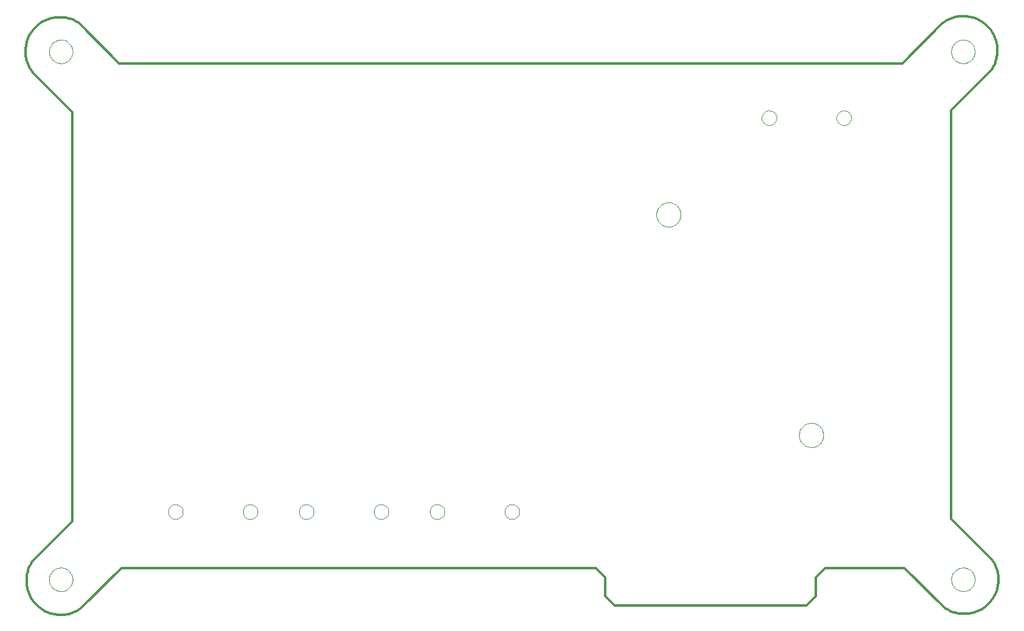
<source format=gko>
G75*
G70*
%OFA0B0*%
%FSLAX24Y24*%
%IPPOS*%
%LPD*%
%AMOC8*
5,1,8,0,0,1.08239X$1,22.5*
%
%ADD10C,0.0120*%
%ADD11C,0.0000*%
D10*
X003198Y006226D02*
X005323Y008351D01*
X030698Y008351D01*
X031198Y007851D01*
X031198Y006851D01*
X031698Y006351D01*
X041948Y006351D01*
X042448Y006851D01*
X042448Y007851D01*
X042948Y008351D01*
X047198Y008351D01*
X049323Y006226D01*
X049397Y006176D01*
X049473Y006130D01*
X049551Y006088D01*
X049630Y006049D01*
X049712Y006015D01*
X049795Y005984D01*
X049880Y005957D01*
X049966Y005935D01*
X050052Y005917D01*
X050140Y005903D01*
X050228Y005893D01*
X050317Y005887D01*
X050405Y005886D01*
X050494Y005889D01*
X050582Y005897D01*
X050670Y005908D01*
X050757Y005924D01*
X050844Y005944D01*
X050929Y005968D01*
X051013Y005997D01*
X051096Y006029D01*
X051177Y006066D01*
X051256Y006106D01*
X051333Y006150D01*
X051407Y006197D01*
X051480Y006249D01*
X051550Y006303D01*
X051617Y006361D01*
X051681Y006423D01*
X051742Y006487D01*
X051800Y006554D01*
X051855Y006624D01*
X051906Y006696D01*
X051954Y006771D01*
X051998Y006848D01*
X052038Y006927D01*
X052074Y007008D01*
X052106Y007090D01*
X052135Y007174D01*
X052159Y007260D01*
X052179Y007346D01*
X052195Y007433D01*
X052207Y007521D01*
X052214Y007610D01*
X052217Y007698D01*
X052216Y007787D01*
X052210Y007875D01*
X052200Y007964D01*
X052186Y008051D01*
X052168Y008138D01*
X052145Y008224D01*
X052119Y008308D01*
X052088Y008392D01*
X052054Y008473D01*
X052015Y008553D01*
X051973Y008631D01*
X051927Y008707D01*
X051877Y008780D01*
X051824Y008851D01*
X051823Y008851D02*
X049698Y010976D01*
X049698Y032851D01*
X051823Y034976D01*
X051823Y034975D02*
X051873Y035049D01*
X051919Y035125D01*
X051961Y035203D01*
X052000Y035282D01*
X052034Y035364D01*
X052065Y035447D01*
X052092Y035532D01*
X052114Y035618D01*
X052132Y035704D01*
X052146Y035792D01*
X052156Y035880D01*
X052162Y035969D01*
X052163Y036057D01*
X052160Y036146D01*
X052152Y036234D01*
X052141Y036322D01*
X052125Y036409D01*
X052105Y036496D01*
X052081Y036581D01*
X052052Y036665D01*
X052020Y036748D01*
X051983Y036829D01*
X051943Y036908D01*
X051899Y036985D01*
X051852Y037059D01*
X051800Y037132D01*
X051746Y037202D01*
X051688Y037269D01*
X051626Y037333D01*
X051562Y037394D01*
X051495Y037452D01*
X051425Y037507D01*
X051353Y037558D01*
X051278Y037606D01*
X051201Y037650D01*
X051122Y037690D01*
X051041Y037726D01*
X050959Y037758D01*
X050875Y037787D01*
X050789Y037811D01*
X050703Y037831D01*
X050616Y037847D01*
X050528Y037859D01*
X050439Y037866D01*
X050351Y037869D01*
X050262Y037868D01*
X050174Y037862D01*
X050085Y037852D01*
X049998Y037838D01*
X049911Y037820D01*
X049825Y037797D01*
X049741Y037771D01*
X049657Y037740D01*
X049576Y037706D01*
X049496Y037667D01*
X049418Y037625D01*
X049342Y037579D01*
X049269Y037529D01*
X049198Y037476D01*
X047073Y035351D01*
X005198Y035351D01*
X003073Y037476D01*
X003074Y037476D02*
X003000Y037526D01*
X002924Y037572D01*
X002846Y037614D01*
X002767Y037653D01*
X002685Y037687D01*
X002602Y037718D01*
X002517Y037745D01*
X002431Y037767D01*
X002345Y037785D01*
X002257Y037799D01*
X002169Y037809D01*
X002080Y037815D01*
X001992Y037816D01*
X001903Y037813D01*
X001815Y037805D01*
X001727Y037794D01*
X001640Y037778D01*
X001553Y037758D01*
X001468Y037734D01*
X001384Y037705D01*
X001301Y037673D01*
X001220Y037636D01*
X001141Y037596D01*
X001064Y037552D01*
X000990Y037505D01*
X000917Y037453D01*
X000847Y037399D01*
X000780Y037341D01*
X000716Y037279D01*
X000655Y037215D01*
X000597Y037148D01*
X000542Y037078D01*
X000491Y037006D01*
X000443Y036931D01*
X000399Y036854D01*
X000359Y036775D01*
X000323Y036694D01*
X000291Y036612D01*
X000262Y036528D01*
X000238Y036442D01*
X000218Y036356D01*
X000202Y036269D01*
X000190Y036181D01*
X000183Y036092D01*
X000180Y036004D01*
X000181Y035915D01*
X000187Y035827D01*
X000197Y035738D01*
X000211Y035651D01*
X000229Y035564D01*
X000252Y035478D01*
X000278Y035394D01*
X000309Y035310D01*
X000343Y035229D01*
X000382Y035149D01*
X000424Y035071D01*
X000470Y034995D01*
X000520Y034922D01*
X000573Y034851D01*
X002698Y032726D01*
X002698Y010851D01*
X000573Y008726D01*
X000523Y008652D01*
X000477Y008576D01*
X000435Y008499D01*
X000396Y008419D01*
X000362Y008337D01*
X000331Y008254D01*
X000304Y008169D01*
X000282Y008083D01*
X000264Y007997D01*
X000250Y007909D01*
X000240Y007821D01*
X000234Y007732D01*
X000233Y007644D01*
X000236Y007555D01*
X000244Y007467D01*
X000255Y007379D01*
X000271Y007292D01*
X000291Y007205D01*
X000315Y007120D01*
X000344Y007036D01*
X000376Y006953D01*
X000412Y006872D01*
X000453Y006793D01*
X000497Y006716D01*
X000544Y006642D01*
X000596Y006569D01*
X000650Y006499D01*
X000708Y006432D01*
X000770Y006368D01*
X000834Y006307D01*
X000901Y006249D01*
X000971Y006194D01*
X001043Y006143D01*
X001118Y006095D01*
X001195Y006051D01*
X001274Y006011D01*
X001355Y005975D01*
X001437Y005943D01*
X001521Y005914D01*
X001607Y005890D01*
X001693Y005870D01*
X001780Y005854D01*
X001868Y005842D01*
X001957Y005835D01*
X002045Y005832D01*
X002134Y005833D01*
X002222Y005839D01*
X002311Y005849D01*
X002398Y005863D01*
X002485Y005881D01*
X002571Y005904D01*
X002655Y005930D01*
X002739Y005961D01*
X002820Y005995D01*
X002900Y006034D01*
X002978Y006076D01*
X003054Y006123D01*
X003127Y006172D01*
X003198Y006225D01*
D11*
X001443Y007726D02*
X001445Y007776D01*
X001451Y007826D01*
X001461Y007875D01*
X001475Y007923D01*
X001492Y007970D01*
X001513Y008015D01*
X001538Y008059D01*
X001566Y008100D01*
X001598Y008139D01*
X001632Y008176D01*
X001669Y008210D01*
X001709Y008240D01*
X001751Y008267D01*
X001795Y008291D01*
X001841Y008312D01*
X001888Y008328D01*
X001936Y008341D01*
X001986Y008350D01*
X002035Y008355D01*
X002086Y008356D01*
X002136Y008353D01*
X002185Y008346D01*
X002234Y008335D01*
X002282Y008320D01*
X002328Y008302D01*
X002373Y008280D01*
X002416Y008254D01*
X002457Y008225D01*
X002496Y008193D01*
X002532Y008158D01*
X002564Y008120D01*
X002594Y008080D01*
X002621Y008037D01*
X002644Y007993D01*
X002663Y007947D01*
X002679Y007899D01*
X002691Y007850D01*
X002699Y007801D01*
X002703Y007751D01*
X002703Y007701D01*
X002699Y007651D01*
X002691Y007602D01*
X002679Y007553D01*
X002663Y007505D01*
X002644Y007459D01*
X002621Y007415D01*
X002594Y007372D01*
X002564Y007332D01*
X002532Y007294D01*
X002496Y007259D01*
X002457Y007227D01*
X002416Y007198D01*
X002373Y007172D01*
X002328Y007150D01*
X002282Y007132D01*
X002234Y007117D01*
X002185Y007106D01*
X002136Y007099D01*
X002086Y007096D01*
X002035Y007097D01*
X001986Y007102D01*
X001936Y007111D01*
X001888Y007124D01*
X001841Y007140D01*
X001795Y007161D01*
X001751Y007185D01*
X001709Y007212D01*
X001669Y007242D01*
X001632Y007276D01*
X001598Y007313D01*
X001566Y007352D01*
X001538Y007393D01*
X001513Y007437D01*
X001492Y007482D01*
X001475Y007529D01*
X001461Y007577D01*
X001451Y007626D01*
X001445Y007676D01*
X001443Y007726D01*
X007804Y011351D02*
X007806Y011390D01*
X007812Y011429D01*
X007822Y011467D01*
X007835Y011504D01*
X007852Y011539D01*
X007872Y011573D01*
X007896Y011604D01*
X007923Y011633D01*
X007952Y011659D01*
X007984Y011682D01*
X008018Y011702D01*
X008054Y011718D01*
X008091Y011730D01*
X008130Y011739D01*
X008169Y011744D01*
X008208Y011745D01*
X008247Y011742D01*
X008286Y011735D01*
X008323Y011724D01*
X008360Y011710D01*
X008395Y011692D01*
X008428Y011671D01*
X008459Y011646D01*
X008487Y011619D01*
X008512Y011589D01*
X008534Y011556D01*
X008553Y011522D01*
X008568Y011486D01*
X008580Y011448D01*
X008588Y011410D01*
X008592Y011371D01*
X008592Y011331D01*
X008588Y011292D01*
X008580Y011254D01*
X008568Y011216D01*
X008553Y011180D01*
X008534Y011146D01*
X008512Y011113D01*
X008487Y011083D01*
X008459Y011056D01*
X008428Y011031D01*
X008395Y011010D01*
X008360Y010992D01*
X008323Y010978D01*
X008286Y010967D01*
X008247Y010960D01*
X008208Y010957D01*
X008169Y010958D01*
X008130Y010963D01*
X008091Y010972D01*
X008054Y010984D01*
X008018Y011000D01*
X007984Y011020D01*
X007952Y011043D01*
X007923Y011069D01*
X007896Y011098D01*
X007872Y011129D01*
X007852Y011163D01*
X007835Y011198D01*
X007822Y011235D01*
X007812Y011273D01*
X007806Y011312D01*
X007804Y011351D01*
X011804Y011351D02*
X011806Y011390D01*
X011812Y011429D01*
X011822Y011467D01*
X011835Y011504D01*
X011852Y011539D01*
X011872Y011573D01*
X011896Y011604D01*
X011923Y011633D01*
X011952Y011659D01*
X011984Y011682D01*
X012018Y011702D01*
X012054Y011718D01*
X012091Y011730D01*
X012130Y011739D01*
X012169Y011744D01*
X012208Y011745D01*
X012247Y011742D01*
X012286Y011735D01*
X012323Y011724D01*
X012360Y011710D01*
X012395Y011692D01*
X012428Y011671D01*
X012459Y011646D01*
X012487Y011619D01*
X012512Y011589D01*
X012534Y011556D01*
X012553Y011522D01*
X012568Y011486D01*
X012580Y011448D01*
X012588Y011410D01*
X012592Y011371D01*
X012592Y011331D01*
X012588Y011292D01*
X012580Y011254D01*
X012568Y011216D01*
X012553Y011180D01*
X012534Y011146D01*
X012512Y011113D01*
X012487Y011083D01*
X012459Y011056D01*
X012428Y011031D01*
X012395Y011010D01*
X012360Y010992D01*
X012323Y010978D01*
X012286Y010967D01*
X012247Y010960D01*
X012208Y010957D01*
X012169Y010958D01*
X012130Y010963D01*
X012091Y010972D01*
X012054Y010984D01*
X012018Y011000D01*
X011984Y011020D01*
X011952Y011043D01*
X011923Y011069D01*
X011896Y011098D01*
X011872Y011129D01*
X011852Y011163D01*
X011835Y011198D01*
X011822Y011235D01*
X011812Y011273D01*
X011806Y011312D01*
X011804Y011351D01*
X014804Y011351D02*
X014806Y011390D01*
X014812Y011429D01*
X014822Y011467D01*
X014835Y011504D01*
X014852Y011539D01*
X014872Y011573D01*
X014896Y011604D01*
X014923Y011633D01*
X014952Y011659D01*
X014984Y011682D01*
X015018Y011702D01*
X015054Y011718D01*
X015091Y011730D01*
X015130Y011739D01*
X015169Y011744D01*
X015208Y011745D01*
X015247Y011742D01*
X015286Y011735D01*
X015323Y011724D01*
X015360Y011710D01*
X015395Y011692D01*
X015428Y011671D01*
X015459Y011646D01*
X015487Y011619D01*
X015512Y011589D01*
X015534Y011556D01*
X015553Y011522D01*
X015568Y011486D01*
X015580Y011448D01*
X015588Y011410D01*
X015592Y011371D01*
X015592Y011331D01*
X015588Y011292D01*
X015580Y011254D01*
X015568Y011216D01*
X015553Y011180D01*
X015534Y011146D01*
X015512Y011113D01*
X015487Y011083D01*
X015459Y011056D01*
X015428Y011031D01*
X015395Y011010D01*
X015360Y010992D01*
X015323Y010978D01*
X015286Y010967D01*
X015247Y010960D01*
X015208Y010957D01*
X015169Y010958D01*
X015130Y010963D01*
X015091Y010972D01*
X015054Y010984D01*
X015018Y011000D01*
X014984Y011020D01*
X014952Y011043D01*
X014923Y011069D01*
X014896Y011098D01*
X014872Y011129D01*
X014852Y011163D01*
X014835Y011198D01*
X014822Y011235D01*
X014812Y011273D01*
X014806Y011312D01*
X014804Y011351D01*
X018804Y011351D02*
X018806Y011390D01*
X018812Y011429D01*
X018822Y011467D01*
X018835Y011504D01*
X018852Y011539D01*
X018872Y011573D01*
X018896Y011604D01*
X018923Y011633D01*
X018952Y011659D01*
X018984Y011682D01*
X019018Y011702D01*
X019054Y011718D01*
X019091Y011730D01*
X019130Y011739D01*
X019169Y011744D01*
X019208Y011745D01*
X019247Y011742D01*
X019286Y011735D01*
X019323Y011724D01*
X019360Y011710D01*
X019395Y011692D01*
X019428Y011671D01*
X019459Y011646D01*
X019487Y011619D01*
X019512Y011589D01*
X019534Y011556D01*
X019553Y011522D01*
X019568Y011486D01*
X019580Y011448D01*
X019588Y011410D01*
X019592Y011371D01*
X019592Y011331D01*
X019588Y011292D01*
X019580Y011254D01*
X019568Y011216D01*
X019553Y011180D01*
X019534Y011146D01*
X019512Y011113D01*
X019487Y011083D01*
X019459Y011056D01*
X019428Y011031D01*
X019395Y011010D01*
X019360Y010992D01*
X019323Y010978D01*
X019286Y010967D01*
X019247Y010960D01*
X019208Y010957D01*
X019169Y010958D01*
X019130Y010963D01*
X019091Y010972D01*
X019054Y010984D01*
X019018Y011000D01*
X018984Y011020D01*
X018952Y011043D01*
X018923Y011069D01*
X018896Y011098D01*
X018872Y011129D01*
X018852Y011163D01*
X018835Y011198D01*
X018822Y011235D01*
X018812Y011273D01*
X018806Y011312D01*
X018804Y011351D01*
X021804Y011351D02*
X021806Y011390D01*
X021812Y011429D01*
X021822Y011467D01*
X021835Y011504D01*
X021852Y011539D01*
X021872Y011573D01*
X021896Y011604D01*
X021923Y011633D01*
X021952Y011659D01*
X021984Y011682D01*
X022018Y011702D01*
X022054Y011718D01*
X022091Y011730D01*
X022130Y011739D01*
X022169Y011744D01*
X022208Y011745D01*
X022247Y011742D01*
X022286Y011735D01*
X022323Y011724D01*
X022360Y011710D01*
X022395Y011692D01*
X022428Y011671D01*
X022459Y011646D01*
X022487Y011619D01*
X022512Y011589D01*
X022534Y011556D01*
X022553Y011522D01*
X022568Y011486D01*
X022580Y011448D01*
X022588Y011410D01*
X022592Y011371D01*
X022592Y011331D01*
X022588Y011292D01*
X022580Y011254D01*
X022568Y011216D01*
X022553Y011180D01*
X022534Y011146D01*
X022512Y011113D01*
X022487Y011083D01*
X022459Y011056D01*
X022428Y011031D01*
X022395Y011010D01*
X022360Y010992D01*
X022323Y010978D01*
X022286Y010967D01*
X022247Y010960D01*
X022208Y010957D01*
X022169Y010958D01*
X022130Y010963D01*
X022091Y010972D01*
X022054Y010984D01*
X022018Y011000D01*
X021984Y011020D01*
X021952Y011043D01*
X021923Y011069D01*
X021896Y011098D01*
X021872Y011129D01*
X021852Y011163D01*
X021835Y011198D01*
X021822Y011235D01*
X021812Y011273D01*
X021806Y011312D01*
X021804Y011351D01*
X025804Y011351D02*
X025806Y011390D01*
X025812Y011429D01*
X025822Y011467D01*
X025835Y011504D01*
X025852Y011539D01*
X025872Y011573D01*
X025896Y011604D01*
X025923Y011633D01*
X025952Y011659D01*
X025984Y011682D01*
X026018Y011702D01*
X026054Y011718D01*
X026091Y011730D01*
X026130Y011739D01*
X026169Y011744D01*
X026208Y011745D01*
X026247Y011742D01*
X026286Y011735D01*
X026323Y011724D01*
X026360Y011710D01*
X026395Y011692D01*
X026428Y011671D01*
X026459Y011646D01*
X026487Y011619D01*
X026512Y011589D01*
X026534Y011556D01*
X026553Y011522D01*
X026568Y011486D01*
X026580Y011448D01*
X026588Y011410D01*
X026592Y011371D01*
X026592Y011331D01*
X026588Y011292D01*
X026580Y011254D01*
X026568Y011216D01*
X026553Y011180D01*
X026534Y011146D01*
X026512Y011113D01*
X026487Y011083D01*
X026459Y011056D01*
X026428Y011031D01*
X026395Y011010D01*
X026360Y010992D01*
X026323Y010978D01*
X026286Y010967D01*
X026247Y010960D01*
X026208Y010957D01*
X026169Y010958D01*
X026130Y010963D01*
X026091Y010972D01*
X026054Y010984D01*
X026018Y011000D01*
X025984Y011020D01*
X025952Y011043D01*
X025923Y011069D01*
X025896Y011098D01*
X025872Y011129D01*
X025852Y011163D01*
X025835Y011198D01*
X025822Y011235D01*
X025812Y011273D01*
X025806Y011312D01*
X025804Y011351D01*
X041548Y015451D02*
X041550Y015501D01*
X041556Y015551D01*
X041566Y015601D01*
X041579Y015649D01*
X041596Y015697D01*
X041617Y015743D01*
X041641Y015787D01*
X041669Y015829D01*
X041700Y015869D01*
X041734Y015906D01*
X041771Y015941D01*
X041810Y015972D01*
X041851Y016001D01*
X041895Y016026D01*
X041941Y016048D01*
X041988Y016066D01*
X042036Y016080D01*
X042085Y016091D01*
X042135Y016098D01*
X042185Y016101D01*
X042236Y016100D01*
X042286Y016095D01*
X042336Y016086D01*
X042384Y016074D01*
X042432Y016057D01*
X042478Y016037D01*
X042523Y016014D01*
X042566Y015987D01*
X042606Y015957D01*
X042644Y015924D01*
X042679Y015888D01*
X042712Y015849D01*
X042741Y015808D01*
X042767Y015765D01*
X042790Y015720D01*
X042809Y015673D01*
X042824Y015625D01*
X042836Y015576D01*
X042844Y015526D01*
X042848Y015476D01*
X042848Y015426D01*
X042844Y015376D01*
X042836Y015326D01*
X042824Y015277D01*
X042809Y015229D01*
X042790Y015182D01*
X042767Y015137D01*
X042741Y015094D01*
X042712Y015053D01*
X042679Y015014D01*
X042644Y014978D01*
X042606Y014945D01*
X042566Y014915D01*
X042523Y014888D01*
X042478Y014865D01*
X042432Y014845D01*
X042384Y014828D01*
X042336Y014816D01*
X042286Y014807D01*
X042236Y014802D01*
X042185Y014801D01*
X042135Y014804D01*
X042085Y014811D01*
X042036Y014822D01*
X041988Y014836D01*
X041941Y014854D01*
X041895Y014876D01*
X041851Y014901D01*
X041810Y014930D01*
X041771Y014961D01*
X041734Y014996D01*
X041700Y015033D01*
X041669Y015073D01*
X041641Y015115D01*
X041617Y015159D01*
X041596Y015205D01*
X041579Y015253D01*
X041566Y015301D01*
X041556Y015351D01*
X041550Y015401D01*
X041548Y015451D01*
X049693Y007726D02*
X049695Y007776D01*
X049701Y007826D01*
X049711Y007875D01*
X049725Y007923D01*
X049742Y007970D01*
X049763Y008015D01*
X049788Y008059D01*
X049816Y008100D01*
X049848Y008139D01*
X049882Y008176D01*
X049919Y008210D01*
X049959Y008240D01*
X050001Y008267D01*
X050045Y008291D01*
X050091Y008312D01*
X050138Y008328D01*
X050186Y008341D01*
X050236Y008350D01*
X050285Y008355D01*
X050336Y008356D01*
X050386Y008353D01*
X050435Y008346D01*
X050484Y008335D01*
X050532Y008320D01*
X050578Y008302D01*
X050623Y008280D01*
X050666Y008254D01*
X050707Y008225D01*
X050746Y008193D01*
X050782Y008158D01*
X050814Y008120D01*
X050844Y008080D01*
X050871Y008037D01*
X050894Y007993D01*
X050913Y007947D01*
X050929Y007899D01*
X050941Y007850D01*
X050949Y007801D01*
X050953Y007751D01*
X050953Y007701D01*
X050949Y007651D01*
X050941Y007602D01*
X050929Y007553D01*
X050913Y007505D01*
X050894Y007459D01*
X050871Y007415D01*
X050844Y007372D01*
X050814Y007332D01*
X050782Y007294D01*
X050746Y007259D01*
X050707Y007227D01*
X050666Y007198D01*
X050623Y007172D01*
X050578Y007150D01*
X050532Y007132D01*
X050484Y007117D01*
X050435Y007106D01*
X050386Y007099D01*
X050336Y007096D01*
X050285Y007097D01*
X050236Y007102D01*
X050186Y007111D01*
X050138Y007124D01*
X050091Y007140D01*
X050045Y007161D01*
X050001Y007185D01*
X049959Y007212D01*
X049919Y007242D01*
X049882Y007276D01*
X049848Y007313D01*
X049816Y007352D01*
X049788Y007393D01*
X049763Y007437D01*
X049742Y007482D01*
X049725Y007529D01*
X049711Y007577D01*
X049701Y007626D01*
X049695Y007676D01*
X049693Y007726D01*
X033923Y027251D02*
X033925Y027301D01*
X033931Y027351D01*
X033941Y027401D01*
X033954Y027449D01*
X033971Y027497D01*
X033992Y027543D01*
X034016Y027587D01*
X034044Y027629D01*
X034075Y027669D01*
X034109Y027706D01*
X034146Y027741D01*
X034185Y027772D01*
X034226Y027801D01*
X034270Y027826D01*
X034316Y027848D01*
X034363Y027866D01*
X034411Y027880D01*
X034460Y027891D01*
X034510Y027898D01*
X034560Y027901D01*
X034611Y027900D01*
X034661Y027895D01*
X034711Y027886D01*
X034759Y027874D01*
X034807Y027857D01*
X034853Y027837D01*
X034898Y027814D01*
X034941Y027787D01*
X034981Y027757D01*
X035019Y027724D01*
X035054Y027688D01*
X035087Y027649D01*
X035116Y027608D01*
X035142Y027565D01*
X035165Y027520D01*
X035184Y027473D01*
X035199Y027425D01*
X035211Y027376D01*
X035219Y027326D01*
X035223Y027276D01*
X035223Y027226D01*
X035219Y027176D01*
X035211Y027126D01*
X035199Y027077D01*
X035184Y027029D01*
X035165Y026982D01*
X035142Y026937D01*
X035116Y026894D01*
X035087Y026853D01*
X035054Y026814D01*
X035019Y026778D01*
X034981Y026745D01*
X034941Y026715D01*
X034898Y026688D01*
X034853Y026665D01*
X034807Y026645D01*
X034759Y026628D01*
X034711Y026616D01*
X034661Y026607D01*
X034611Y026602D01*
X034560Y026601D01*
X034510Y026604D01*
X034460Y026611D01*
X034411Y026622D01*
X034363Y026636D01*
X034316Y026654D01*
X034270Y026676D01*
X034226Y026701D01*
X034185Y026730D01*
X034146Y026761D01*
X034109Y026796D01*
X034075Y026833D01*
X034044Y026873D01*
X034016Y026915D01*
X033992Y026959D01*
X033971Y027005D01*
X033954Y027053D01*
X033941Y027101D01*
X033931Y027151D01*
X033925Y027201D01*
X033923Y027251D01*
X039554Y032426D02*
X039556Y032465D01*
X039562Y032504D01*
X039572Y032542D01*
X039585Y032579D01*
X039602Y032614D01*
X039622Y032648D01*
X039646Y032679D01*
X039673Y032708D01*
X039702Y032734D01*
X039734Y032757D01*
X039768Y032777D01*
X039804Y032793D01*
X039841Y032805D01*
X039880Y032814D01*
X039919Y032819D01*
X039958Y032820D01*
X039997Y032817D01*
X040036Y032810D01*
X040073Y032799D01*
X040110Y032785D01*
X040145Y032767D01*
X040178Y032746D01*
X040209Y032721D01*
X040237Y032694D01*
X040262Y032664D01*
X040284Y032631D01*
X040303Y032597D01*
X040318Y032561D01*
X040330Y032523D01*
X040338Y032485D01*
X040342Y032446D01*
X040342Y032406D01*
X040338Y032367D01*
X040330Y032329D01*
X040318Y032291D01*
X040303Y032255D01*
X040284Y032221D01*
X040262Y032188D01*
X040237Y032158D01*
X040209Y032131D01*
X040178Y032106D01*
X040145Y032085D01*
X040110Y032067D01*
X040073Y032053D01*
X040036Y032042D01*
X039997Y032035D01*
X039958Y032032D01*
X039919Y032033D01*
X039880Y032038D01*
X039841Y032047D01*
X039804Y032059D01*
X039768Y032075D01*
X039734Y032095D01*
X039702Y032118D01*
X039673Y032144D01*
X039646Y032173D01*
X039622Y032204D01*
X039602Y032238D01*
X039585Y032273D01*
X039572Y032310D01*
X039562Y032348D01*
X039556Y032387D01*
X039554Y032426D01*
X043554Y032426D02*
X043556Y032465D01*
X043562Y032504D01*
X043572Y032542D01*
X043585Y032579D01*
X043602Y032614D01*
X043622Y032648D01*
X043646Y032679D01*
X043673Y032708D01*
X043702Y032734D01*
X043734Y032757D01*
X043768Y032777D01*
X043804Y032793D01*
X043841Y032805D01*
X043880Y032814D01*
X043919Y032819D01*
X043958Y032820D01*
X043997Y032817D01*
X044036Y032810D01*
X044073Y032799D01*
X044110Y032785D01*
X044145Y032767D01*
X044178Y032746D01*
X044209Y032721D01*
X044237Y032694D01*
X044262Y032664D01*
X044284Y032631D01*
X044303Y032597D01*
X044318Y032561D01*
X044330Y032523D01*
X044338Y032485D01*
X044342Y032446D01*
X044342Y032406D01*
X044338Y032367D01*
X044330Y032329D01*
X044318Y032291D01*
X044303Y032255D01*
X044284Y032221D01*
X044262Y032188D01*
X044237Y032158D01*
X044209Y032131D01*
X044178Y032106D01*
X044145Y032085D01*
X044110Y032067D01*
X044073Y032053D01*
X044036Y032042D01*
X043997Y032035D01*
X043958Y032032D01*
X043919Y032033D01*
X043880Y032038D01*
X043841Y032047D01*
X043804Y032059D01*
X043768Y032075D01*
X043734Y032095D01*
X043702Y032118D01*
X043673Y032144D01*
X043646Y032173D01*
X043622Y032204D01*
X043602Y032238D01*
X043585Y032273D01*
X043572Y032310D01*
X043562Y032348D01*
X043556Y032387D01*
X043554Y032426D01*
X049693Y035976D02*
X049695Y036026D01*
X049701Y036076D01*
X049711Y036125D01*
X049725Y036173D01*
X049742Y036220D01*
X049763Y036265D01*
X049788Y036309D01*
X049816Y036350D01*
X049848Y036389D01*
X049882Y036426D01*
X049919Y036460D01*
X049959Y036490D01*
X050001Y036517D01*
X050045Y036541D01*
X050091Y036562D01*
X050138Y036578D01*
X050186Y036591D01*
X050236Y036600D01*
X050285Y036605D01*
X050336Y036606D01*
X050386Y036603D01*
X050435Y036596D01*
X050484Y036585D01*
X050532Y036570D01*
X050578Y036552D01*
X050623Y036530D01*
X050666Y036504D01*
X050707Y036475D01*
X050746Y036443D01*
X050782Y036408D01*
X050814Y036370D01*
X050844Y036330D01*
X050871Y036287D01*
X050894Y036243D01*
X050913Y036197D01*
X050929Y036149D01*
X050941Y036100D01*
X050949Y036051D01*
X050953Y036001D01*
X050953Y035951D01*
X050949Y035901D01*
X050941Y035852D01*
X050929Y035803D01*
X050913Y035755D01*
X050894Y035709D01*
X050871Y035665D01*
X050844Y035622D01*
X050814Y035582D01*
X050782Y035544D01*
X050746Y035509D01*
X050707Y035477D01*
X050666Y035448D01*
X050623Y035422D01*
X050578Y035400D01*
X050532Y035382D01*
X050484Y035367D01*
X050435Y035356D01*
X050386Y035349D01*
X050336Y035346D01*
X050285Y035347D01*
X050236Y035352D01*
X050186Y035361D01*
X050138Y035374D01*
X050091Y035390D01*
X050045Y035411D01*
X050001Y035435D01*
X049959Y035462D01*
X049919Y035492D01*
X049882Y035526D01*
X049848Y035563D01*
X049816Y035602D01*
X049788Y035643D01*
X049763Y035687D01*
X049742Y035732D01*
X049725Y035779D01*
X049711Y035827D01*
X049701Y035876D01*
X049695Y035926D01*
X049693Y035976D01*
X001443Y035976D02*
X001445Y036026D01*
X001451Y036076D01*
X001461Y036125D01*
X001475Y036173D01*
X001492Y036220D01*
X001513Y036265D01*
X001538Y036309D01*
X001566Y036350D01*
X001598Y036389D01*
X001632Y036426D01*
X001669Y036460D01*
X001709Y036490D01*
X001751Y036517D01*
X001795Y036541D01*
X001841Y036562D01*
X001888Y036578D01*
X001936Y036591D01*
X001986Y036600D01*
X002035Y036605D01*
X002086Y036606D01*
X002136Y036603D01*
X002185Y036596D01*
X002234Y036585D01*
X002282Y036570D01*
X002328Y036552D01*
X002373Y036530D01*
X002416Y036504D01*
X002457Y036475D01*
X002496Y036443D01*
X002532Y036408D01*
X002564Y036370D01*
X002594Y036330D01*
X002621Y036287D01*
X002644Y036243D01*
X002663Y036197D01*
X002679Y036149D01*
X002691Y036100D01*
X002699Y036051D01*
X002703Y036001D01*
X002703Y035951D01*
X002699Y035901D01*
X002691Y035852D01*
X002679Y035803D01*
X002663Y035755D01*
X002644Y035709D01*
X002621Y035665D01*
X002594Y035622D01*
X002564Y035582D01*
X002532Y035544D01*
X002496Y035509D01*
X002457Y035477D01*
X002416Y035448D01*
X002373Y035422D01*
X002328Y035400D01*
X002282Y035382D01*
X002234Y035367D01*
X002185Y035356D01*
X002136Y035349D01*
X002086Y035346D01*
X002035Y035347D01*
X001986Y035352D01*
X001936Y035361D01*
X001888Y035374D01*
X001841Y035390D01*
X001795Y035411D01*
X001751Y035435D01*
X001709Y035462D01*
X001669Y035492D01*
X001632Y035526D01*
X001598Y035563D01*
X001566Y035602D01*
X001538Y035643D01*
X001513Y035687D01*
X001492Y035732D01*
X001475Y035779D01*
X001461Y035827D01*
X001451Y035876D01*
X001445Y035926D01*
X001443Y035976D01*
M02*

</source>
